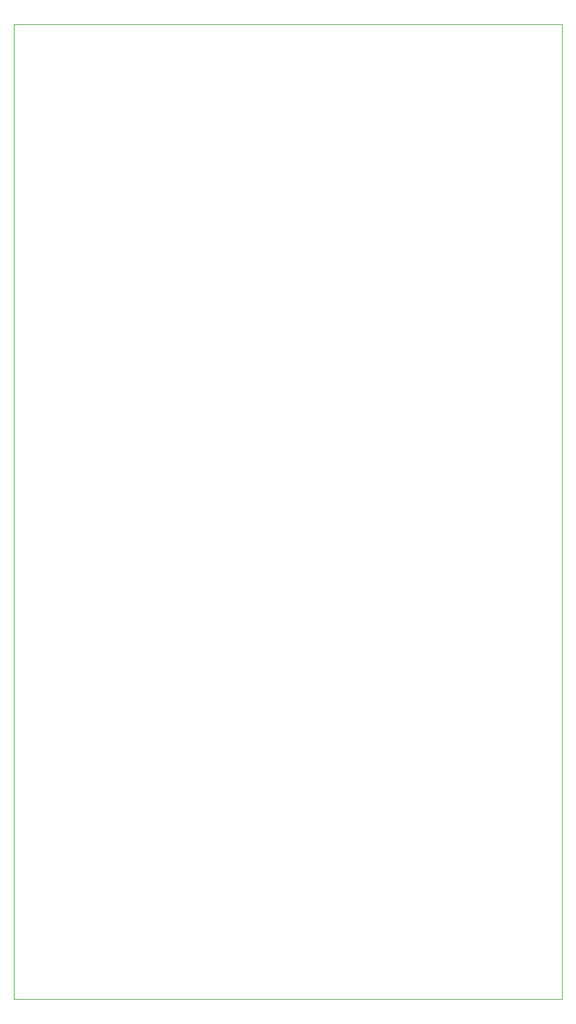
<source format=gbr>
%TF.GenerationSoftware,KiCad,Pcbnew,(6.0.1)*%
%TF.CreationDate,2022-06-02T13:00:42+03:00*%
%TF.ProjectId,Launch-Adapter,4c61756e-6368-42d4-9164-61707465722e,rev?*%
%TF.SameCoordinates,Original*%
%TF.FileFunction,Profile,NP*%
%FSLAX46Y46*%
G04 Gerber Fmt 4.6, Leading zero omitted, Abs format (unit mm)*
G04 Created by KiCad (PCBNEW (6.0.1)) date 2022-06-02 13:00:42*
%MOMM*%
%LPD*%
G01*
G04 APERTURE LIST*
%TA.AperFunction,Profile*%
%ADD10C,0.100000*%
%TD*%
G04 APERTURE END LIST*
D10*
X56388000Y-162052000D02*
X136652000Y-162052000D01*
X136652000Y-162052000D02*
X136652000Y-19558000D01*
X136652000Y-19558000D02*
X56388000Y-19558000D01*
X56388000Y-19558000D02*
X56388000Y-162052000D01*
M02*

</source>
